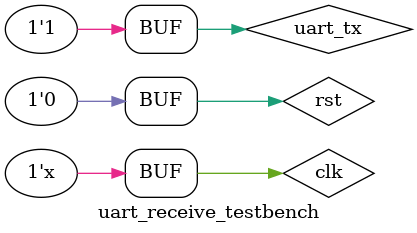
<source format=v>
`timescale 1ns / 1ps


module uart_receive_testbench;

	// Inputs
	reg clk;
	reg uart_tx;
	reg rst;

	// Outputs
	wire receiving;
	wire [7:0] data;
	wire new_data;

	// Instantiate the Unit Under Test (UUT)
	uart_receive uut (
		.receiving(receiving), 
		.data(data), 
		.clk(clk), 
		.uart_tx(uart_tx), 
		.rst(rst), 
		.new_data(new_data)
	);

	initial begin
		// Initialize Inputs
		clk = 0;
		uart_tx = 1;
		rst = 0;

		// Wait 100 ns for global reset to finish
		#100;
		rst = 1;
		#10;
		rst = 0;
		#50
		uart_tx = 0;
		#70;
		uart_tx = 1;
		#70;
		uart_tx = 0;
		#70;
		uart_tx = 1;
		#70;
		uart_tx = 0;
		#70;
		uart_tx = 1;
		#70;
		uart_tx = 0;
		#70;
		uart_tx = 1;
		#70;
		//uart_tx = 0;
        
		// Add stimulus here

	end
	
always #5 clk = ~clk;
      
endmodule


</source>
